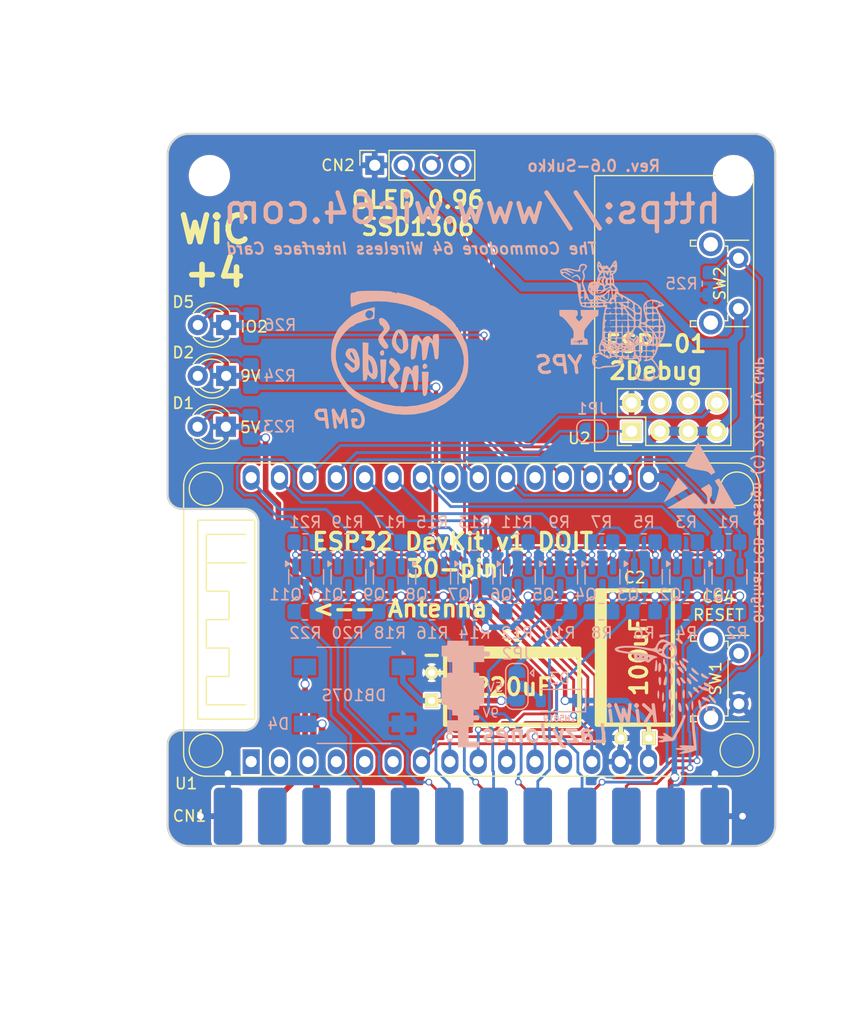
<source format=kicad_pcb>
(kicad_pcb (version 20240108) (generator "pcbnew") (generator_version "8.0")
  (title_block (title "WiC64 Plugin") (date "2024-05-26") (rev "v0.6-Sukko") (comment 1 "(C) 2021 by GMP") (comment 2 "Modified by SukkoPera 2024") (comment 3 "https://github.com/SukkoPera/WiC64-Plus4"))
  (layers (0 "F.Cu" signal) (31 "B.Cu" signal) (36 "B.SilkS" user "B.Silkscreen") (37 "F.SilkS" user "F.Silkscreen") (38 "B.Mask" user) (39 "F.Mask" user) (44 "Edge.Cuts" user))
  (net 0 "")
  (net 1 "GND")
  (net 2 "+5V")
  (net 3 "Net-(D3-A)")
  (net 4 "/IO16")
  (net 5 "/IO17")
  (net 6 "/IO18")
  (net 7 "/IO19")
  (net 8 "Net-(D4-+)")
  (net 9 "/IO21")
  (net 10 "/IO22")
  (net 11 "/IO23")
  (net 12 "/IO25")
  (net 13 "/IO27")
  (net 14 "/IO26")
  (net 15 "/IO14")
  (net 17 "/PC2")
  (net 19 "Net-(CN1-~{RESET})")
  (net 20 "/FLAG2")
  (net 21 "/PB0")
  (net 22 "/PB1")
  (net 23 "/PB2")
  (net 24 "/PB3")
  (net 25 "/PB4")
  (net 26 "/PB5")
  (net 27 "/PB6")
  (net 28 "/PB7")
  (net 29 "/PA2")
  (net 31 "Net-(CN1-+9VAC)")
  (net 32 "/SDA")
  (net 33 "/SCL")
  (net 34 "/TX")
  (net 35 "/RX")
  (net 37 "/IO2")
  (net 39 "/SW2C")
  (net 40 "/JP1C")
  (net 41 "Net-(CN1--9VAC)")
  (net 42 "Net-(D1-A)")
  (net 43 "Net-(D2-A)")
  (net 44 "Net-(D5-A)")
  (net 45 "+3.3V")
  (net 57 "VCC")
  (footprint "WiC64:UPS24CONN" (layer "F.Cu") (at 149.352 138.4808 180)
    (property "Reference" "CN1")
    (property "Value" "PLUS4_USERPORT" (hide yes))
  )
  (footprint "LED_THT:LED_D3.0mm" (layer "F.Cu") (at 127.4064 97.8408 180)
    (property "Reference" "D2")
    (property "Value" "9V")
  )
  (footprint "LED_THT:LED_D3.0mm" (layer "F.Cu") (at 127.381 102.3874 180)
    (property "Reference" "D1")
    (property "Value" "5V")
  )
  (footprint "w_capacitors:CP_6.3x11mm_horiz-R" (layer "F.Cu") (at 163.977 130.2258 90)
    (property "Reference" "C2")
    (property "Value" "100uF")
  )
  (footprint "Button_Switch_THT:SW_Tactile_SPST_Angled_PTS645Vx58-2LFS" (layer "F.Cu") (at 173.2788 122.6566 -90)
    (property "Reference" "SW1")
    (property "Value" "RESET" (hide yes))
  )
  (footprint "w_capacitors:CP_6.3x11mm_horiz-R" (layer "F.Cu") (at 145.796 125.6284)
    (property "Reference" "C1")
    (property "Value" "220uF")
  )
  (footprint "Button_Switch_THT:SW_Tactile_SPST_Angled_PTS645Vx58-2LFS" (layer "F.Cu") (at 173.2534 87.3252 -90)
    (property "Reference" "SW2")
    (property "Value" "Function")
  )
  (footprint "MountingHole:MountingHole_3.2mm_M3_ISO7380" (layer "F.Cu") (at 172.7962 79.9338)
    (property "Reference" "H2")
    (property "Value" "MountingHole")
  )
  (footprint "MountingHole:MountingHole_3.2mm_M3_ISO7380" (layer "F.Cu") (at 125.9078 79.9338)
    (property "Reference" "H1")
    (property "Value" "MountingHole")
  )
  (footprint "LED_THT:LED_D3.0mm" (layer "F.Cu") (at 127.4064 93.2942 180)
    (property "Reference" "D5")
    (property "Value" "IO2")
  )
  (footprint "Connector_PinSocket_2.54mm:PinSocket_1x04_P2.54mm_Vertical" (layer "F.Cu") (at 140.7028 79.0112 90)
    (property "Reference" "CN2")
    (property "Value" "OLED0.96")
  )
  (footprint "WiC64:esp32_devkit_v1_doit" (layer "F.Cu") (at 129.6416 119.634 90)
    (property "Reference" "U1")
    (property "Value" "ESP32_DevKit_V1_DOIT")
  )
  (footprint "WiC64:ESP-01" (layer "F.Cu") (at 163.6776 102.7938 90)
    (property "Reference" "U2")
    (property "Value" "ESP-01")
  )
  (footprint "Diode_SMD:D_SOD-123" (layer "B.Cu") (at 157.2006 126.873 180)
    (property "Reference" "D3")
    (property "Value" "1N5819")
  )
  (footprint "Diode_SMD:Diode_Bridge_Diotec_SO-DIL-Slim" (layer "B.Cu") (at 138.8364 126.4058 180)
    (property "Reference" "D4")
    (property "Value" "DB107S")
  )
  (footprint "Resistor_SMD:R_0805_2012Metric_Pad1.20x1.40mm_HandSolder" (layer "B.Cu") (at 129.5654 102.3874 90)
    (property "Reference" "R23")
    (property "Value" "4k7")
  )
  (footprint "Resistor_SMD:R_0805_2012Metric_Pad1.20x1.40mm_HandSolder" (layer "B.Cu") (at 129.6162 97.8408 90)
    (property "Reference" "R24")
    (property "Value" "12k")
  )
  (footprint "Resistor_SMD:R_0805_2012Metric_Pad1.20x1.40mm_HandSolder" (layer "B.Cu") (at 164.7794 118.9228 180)
    (property "Reference" "R6")
    (property "Value" "10k")
  )
  (footprint "Package_TO_SOT_SMD:SOT-23" (layer "B.Cu") (at 168.6547 115.8057 -90)
    (property "Reference" "Q2")
    (property "Value" "BSS138")
  )
  (footprint "Resistor_SMD:R_0805_2012Metric_Pad1.20x1.40mm_HandSolder" (layer "B.Cu") (at 142.0526 112.6998)
    (property "Reference" "R17")
    (property "Value" "10k")
  )
  (footprint "Package_TO_SOT_SMD:SOT-23" (layer "B.Cu") (at 134.5645 115.8057 -90)
    (property "Reference" "Q11")
    (property "Value" "BSS138")
  )
  (footprint "Package_TO_SOT_SMD:SOT-23" (layer "B.Cu") (at 172.4425 115.8057 -90)
    (property "Reference" "Q1")
    (property "Value" "BSS138")
  )
  (footprint "Resistor_SMD:R_0805_2012Metric_Pad1.20x1.40mm_HandSolder" (layer "B.Cu") (at 153.416 118.9228 180)
    (property "Reference" "R12")
    (property "Value" "10k")
  )
  (footprint "Resistor_SMD:R_0805_2012Metric_Pad1.20x1.40mm_HandSolder" (layer "B.Cu") (at 142.0526 118.9228 180)
    (property "Reference" "R18")
    (property "Value" "10k")
  )
  (footprint "Package_TO_SOT_SMD:SOT-23" (layer "B.Cu") (at 164.8669 115.8057 -90)
    (property "Reference" "Q3")
    (property "Value" "BSS138")
  )
  (footprint "Package_TO_SOT_SMD:SOT-23" (layer "B.Cu") (at 149.7157 115.8057 -90)
    (property "Reference" "Q7")
    (property "Value" "BSS138")
  )
  (footprint "Resistor_SMD:R_0805_2012Metric_Pad1.20x1.40mm_HandSolder" (layer "B.Cu") (at 157.2038 118.9228 180)
    (property "Reference" "R10")
    (property "Value" "10k")
  )
  (footprint "Package_TO_SOT_SMD:SOT-23" (layer "B.Cu") (at 142.1401 115.8057 -90)
    (property "Reference" "Q9")
    (property "Value" "BSS138")
  )
  (footprint "Package_TO_SOT_SMD:SOT-23" (layer "B.Cu") (at 161.0791 115.8057 -90)
    (property "Reference" "Q4")
    (property "Value" "BSS138")
  )
  (footprint "Resistor_SMD:R_0805_2012Metric_Pad1.20x1.40mm_HandSolder" (layer "B.Cu") (at 160.9916 112.6998)
    (property "Reference" "R7")
    (property "Value" "10k")
  )
  (footprint "Package_TO_SOT_SMD:SOT-23" (layer "B.Cu") (at 157.2913 115.8057 -90)
    (property "Reference" "Q5")
    (property "Value" "BSS138")
  )
  (footprint "Resistor_SMD:R_0805_2012Metric_Pad1.20x1.40mm_HandSolder" (layer "B.Cu") (at 138.2648 118.9228 180)
    (property "Reference" "R20")
    (property "Value" "10k")
  )
  (footprint "Package_TO_SOT_SMD:SOT-23" (layer "B.Cu") (at 153.5035 115.8057 -90)
    (property "Reference" "Q6")
    (property "Value" "BSS138")
  )
  (footprint "Resistor_SMD:R_0805_2012Metric_Pad1.20x1.40mm_HandSolder" (layer "B.Cu") (at 168.5672 118.9228 180)
    (property "Reference" "R4")
    (property "Value" "10k")
  )
  (footprint "Resistor_SMD:R_0805_2012Metric_Pad1.20x1.40mm_HandSolder" (layer "B.Cu") (at 164.7794 112.6998)
    (property "Reference" "R5")
    (property "Value" "10k")
  )
  (footprint "Resistor_SMD:R_0805_2012Metric_Pad1.20x1.40mm_HandSolder" (layer "B.Cu") (at 134.477 118.9228 180)
    (property "Reference" "R22")
    (property "Value" "10k")
  )
  (footprint "Resistor_SMD:R_0805_2012Metric_Pad1.20x1.40mm_HandSolder" (layer "B.Cu") (at 160.9916 118.9228 180)
    (property "Reference" "R8")
    (property "Value" "10k")
  )
  (footprint "Resistor_SMD:R_0805_2012Metric_Pad1.20x1.40mm_HandSolder" (layer "B.Cu") (at 153.416 112.6998)
    (property "Reference" "R11")
    (property "Value" "10k")
  )
  (footprint "Resistor_SMD:R_0805_2012Metric_Pad1.20x1.40mm_HandSolder" (layer "B.Cu") (at 172.355 118.9228 180)
    (property "Reference" "R2")
    (property "Value" "10k")
  )
  (footprint "Resistor_SMD:R_0805_2012Metric_Pad1.20x1.40mm_HandSolder" (layer "B.Cu") (at 145.8404 118.9228 180)
    (property "Reference" "R16")
    (property "Value" "10k")
  )
  (footprint "Resistor_SMD:R_0805_2012Metric_Pad1.20x1.40mm_HandSolder" (layer "B.Cu") (at 138.2648 112.6998)
    (property "Reference" "R19")
    (property "Value" "10k")
  )
  (footprint "Resistor_SMD:R_0805_2012Metric_Pad1.20x1.40mm_HandSolder" (layer "B.Cu") (at 168.5672 112.6998)
    (property "Reference" "R3")
    (property "Value" "10k")
  )
  (footprint "Resistor_SMD:R_0805_2012Metric_Pad1.20x1.40mm_HandSolder" (layer "B.Cu") (at 149.6282 112.6998)
    (property "Reference" "R13")
    (property "Value" "10k")
  )
  (footprint "Resistor_SMD:R_0805_2012Metric_Pad1.20x1.40mm_HandSolder" (layer "B.Cu") (at 157.2038 112.6998)
    (property "Reference" "R9")
    (property "Value" "10k")
  )
  (footprint "Resistor_SMD:R_0805_2012Metric_Pad1.20x1.40mm_HandSolder" (layer "B.Cu") (at 172.355 112.6998)
    (property "Reference" "R1")
    (property "Value" "10k")
  )
  (footprint "Resistor_SMD:R_0805_2012Metric_Pad1.20x1.40mm_HandSolder" (layer "B.Cu") (at 145.8404 112.6998)
    (property "Reference" "R15")
    (property "Value" "10k")
  )
  (footprint "Resistor_SMD:R_0805_2012Metric_Pad1.20x1.40mm_HandSolder" (layer "B.Cu") (at 134.477 112.6998)
    (property "Reference" "R21")
    (property "Value" "10k")
  )
  (footprint "Package_TO_SOT_SMD:SOT-23" (layer "B.Cu") (at 138.3523 115.8057 -90)
    (property "Reference" "Q10")
    (property "Value" "BSS138")
  )
  (footprint "Resistor_SMD:R_0805_2012Metric_Pad1.20x1.40mm_HandSolder" (layer "B.Cu") (at 149.6282 118.9228 180)
    (property "Reference" "R14")
    (property "Value" "10k")
  )
  (footprint "Resistor_SMD:R_0805_2012Metric_Pad1.20x1.40mm_HandSolder" (layer "B.Cu") (at 170.7388 89.6002 -90)
    (property "Reference" "R25")
    (property "Value" "10k")
  )
  (footprint "Jumper:SolderJumper-2_P1.3mm_Open_RoundedPad1.0x1.5mm" (layer "B.Cu") (at 160.1724 102.7938)
    (property "Reference" "JP1")
    (property "Value" "Jumper_Open")
  )
  (footprint "Resistor_SMD:R_0805_2012Metric_Pad1.20x1.40mm_HandSolder" (layer "B.Cu") (at 129.6416 93.2942 90)
    (property "Reference" "R26")
    (property "Value" "3k9")
  )
  (footprint "WiC64:GMP" (layer "B.Cu") (at 142.9004 95.7834 180)
    (property "Reference" "V1" (hide yes))
    (property "Value" "GMP" (hide yes))
  )
  (footprint "WiC64:YPS2" (layer "B.Cu") (at 161.9885 92.9005 180)
    (property "Reference" "V2" (hide yes))
    (property "Value" "YPS" (hide yes))
  )
  (footprint "WiC64:LazyJones2" (layer "B.Cu") (at 148.844 126.2888 180)
    (property "Reference" "V3" (hide yes))
    (property "Value" "LazyJones" (hide yes))
  )
  (footprint "WiC64:KiWi" (layer "B.Cu") (at 166.751 126.2888 180)
    (property "Reference" "V4" (hide yes))
    (property "Value" "KiWi" (hide yes))
  )
  (footprint "Symbol:ESD-Logo_6.6x6mm_SilkScreen" (layer "B.Cu") (at 169.799 106.7308 180)
    (property "Reference" "V5" (hide yes))
    (property "Value" "ESD_WARN" (hide yes))
  )
  (footprint "Package_TO_SOT_SMD:SOT-23" (layer "B.Cu") (at 145.9279 115.8057 -90)
    (property "Reference" "Q8")
    (property "Value" "BSS138")
  )
  (footprint "Jumper:SolderJumper-3_P1.3mm_Open_RoundedPad1.0x1.5mm" (layer "B.Cu") (at 153.416 125.6034 -90)
    (property "Reference" "JP2")
    (property "Value" "JMP_ESP_POWER")
  )
  (gr_arc (start 174.498 76.2) (mid 175.975029 76.754971) (end 176.53 78.232) (stroke (width 0.2)) (layer "Edge.Cuts"))
  (gr_arc (start 122.174 78.105) (mid 122.731962 76.757962) (end 124.079 76.2) (stroke (width 0.2)) (layer "Edge.Cuts"))
  (gr_arc (start 124.079 139.8778) (mid 122.774645 139.362778) (end 122.174 138.095571) (stroke (width 0.2)) (layer "Edge.Cuts"))
  (gr_line (start 123.444 129.54) (end 129.032 129.538636) (stroke (width 0.2)) (layer "Edge.Cuts"))
  (gr_arc (start 122.174 130.80855) (mid 122.546487 129.911462) (end 123.444 129.54) (stroke (width 0.2)) (layer "Edge.Cuts"))
  (gr_arc (start 130.302 128.27) (mid 129.929543 129.167144) (end 129.032 129.538636) (stroke (width 0.2)) (layer "Edge.Cuts"))
  (gr_arc (start 129.032 109.728) (mid 129.930026 110.099974) (end 130.302 110.998) (stroke (width 0.2)) (layer "Edge.Cuts"))
  (gr_arc (start 123.444 109.728) (mid 122.545974 109.356026) (end 122.174 108.458) (stroke (width 0.2)) (layer "Edge.Cuts"))
  (gr_line (start 124.079 139.8778) (end 174.625 139.8778) (stroke (width 0.2)) (layer "Edge.Cuts"))
  (gr_line (start 123.444 109.728) (end 129.032 109.728) (stroke (width 0.2)) (layer "Edge.Cuts"))
  (gr_line (start 122.174 78.105) (end 122.174 108.458) (stroke (width 0.2)) (layer "Edge.Cuts"))
  (gr_line (start 124.079 76.2) (end 174.498 76.2) (stroke (width 0.2)) (layer "Edge.Cuts"))
  (gr_line (start 176.53 78.232) (end 176.53 137.9728) (stroke (width 0.2)) (layer "Edge.Cuts"))
  (gr_line (start 130.302 110.998) (end 130.302 128.27) (stroke (width 0.2)) (layer "Edge.Cuts"))
  (gr_arc (start 176.53 137.9728) (mid 175.972038 139.319838) (end 174.625 139.8778) (stroke (width 0.2)) (layer "Edge.Cuts"))
  (gr_line (start 122.174 130.81) (end 122.174 138.095571) (stroke (width 0.2)) (layer "Edge.Cuts"))
  (gr_text "YPS" (at 157.3022 96.8502 0) (layer "B.SilkS") (effects (font (size 1.5 1.5) (thickness 0.3) (italic yes)) (justify mirror)))
  (gr_text "GMP" (at 137.668 101.7397 0) (layer "B.SilkS") (effects (font (size 1.5 1.5) (thickness 0.3) (italic yes)) (justify mirror)))
  (gr_text "Rev. 0.6-Sukko" (at 160.2994 79.0702 0) (layer "B.SilkS") (effects (font (size 1 1) (thickness 0.2)) (justify mirror)))
  (gr_text "LazyJones" (at 155.956 129.8448 0) (layer "B.SilkS") (effects (font (size 1.5 1.5) (thickness 0.3) (italic yes)) (justify mirror)))
  (gr_text "The Commodore 64 Wireless Interface Card" (at 144.0434 86.4616 0) (layer "B.SilkS") (effects (font (size 1 1) (thickness 0.2) (italic yes)) (justify mirror)))
  (gr_text "5V" (at 152.273 126.1618 0) (layer "B.SilkS") (effects (font (size 0.8 0.8) (thickness 0.12)) (justify left bottom mirror)))
  (gr_text "https://www.wic64.com\n" (at 149.4028 82.931 0) (layer "B.SilkS") (effects (font (size 2.5 2.5) (thickness 0.4)) (justify mirror)))
  (gr_text "9V" (at 151.892 128.4478 0) (layer "B.SilkS") (effects (font (size 0.8 0.8) (thickness 0.12)) (justify left bottom mirror)))
  (gr_text "Original PCB-Design (C) 2021 by GMP" (at 175.0314 108.0389 270) (layer "B.SilkS") (effects (font (size 0.8 0.8)) (justify mirror)))
  (gr_text "KiWi" (at 163.83 128.0668 0) (layer "B.SilkS") (effects (font (size 1.5 1.5) (thickness 0.3) (italic yes)) (justify mirror)))
  (gr_text "WiC\n+4" (at 126.3904 86.6902 0) (layer "F.SilkS") (effects (font (size 2.4 2.4) (thickness 0.5))))
  (gr_text "ESP32 DevKit v1 DOIT\n30-pin" (at 147.6756 113.8682 0) (layer "F.SilkS") (effects (font (size 1.5 1.5) (thickness 0.3))))
  (gr_text "ESP-01\n2Debug" (at 165.862 96.1898 0) (layer "F.SilkS") (effects (font (size 1.5 1.5) (thickness 0.3))))
  (gr_text "C64\nRESET" (at 171.45 119.8118 0) (layer "F.SilkS") (effects (font (size 1 1)) (justify bottom)))
  (gr_text "OLED 0.96\nSSD1306" (at 144.5514 83.312 0) (layer "F.SilkS") (effects (font (size 1.5 1.5) (thickness 0.3))))
  (gr_text "<-- Antenna" (at 142.9766 118.6434 0) (layer "F.SilkS") (effects (font (size 1.5 1.5) (thickness 0.3))))
  (via (at 127.5708 133.4008) (size 0.8) (drill 0.6) (layers "F.Cu" "B.Cu") (net 1))
  (via (at 173.609 137.2108) (size 0.8) (drill 0.6) (layers "F.Cu" "B.Cu") (net 1))
  (via (at 171.1308 133.4008) (size 0.8) (drill 0.6) (layers "F.Cu" "B.Cu") (net 1))
  (via (at 125.095 137.2108) (size 0.8) (drill 0.6) (layers "F.Cu" "B.Cu") (net 1))
  (segment (start 135.477 117.5258) (end 139.2648 117.5258) (width 0.5) (layer "F.Cu") (net 2))
  (segment (start 143.01092 117.5258) (end 143.014741 117.529621) (width 0.5) (layer "F.Cu") (net 2))
  (segment (start 167.1708 134.098305) (end 167.1708 137.033) (width 0.5) (layer "F.Cu") (net 2))
  (segment (start 132.715 114.7318) (end 135.509 117.5258) (width 0.5) (layer "F.Cu") (net 2))
  (segment (start 132.08 109.2708) (end 132.08 114.0968) (width 0.5) (layer "F.Cu") (net 2))
  (segment (start 165.7794 117.5258) (end 161.9916 117.5258) (width 0.5) (layer "F.Cu") (net 2))
  (segment (start 139.2648 117.5258) (end 143.01092 117.5258) (width 0.5) (layer "F.Cu") (net 2))
  (segment (start 143.0526 117.529621) (end 146.808179 117.529621) (width 0.5) (layer "F.Cu") (net 2))
  (segment (start 132.715 114.7318) (end 132.969 114.9858) (width 0.5) (layer "F.Cu") (net 2))
  (segment (start 132.969 115.0178) (end 135.477 117.5258) (width 0.5) (layer "F.Cu") (net 2))
  (segment (start 146.8404 117.5258) (end 147.828 117.5258) (width 0.5) (layer "F.Cu") (net 2))
  (segment (start 158.2038 117.5258) (end 154.416 117.5258) (width 0.5) (layer "F.Cu") (net 2))
  (segment (start 132.08 114.0968) (end 132.715 114.7318) (width 0.5) (layer "F.Cu") (net 2))
  (segment (start 130.937 108.1278) (end 132.08 109.2708) (width 0.5) (layer "F.Cu") (net 2))
  (segment (start 173.355 117.5258) (end 169.5672 117.5258) (width 0.5) (layer "F.Cu") (net 2))
  (segment (start 169.5672 117.5258) (end 165.7794 117.5258) (width 0.5) (layer "F.Cu") (net 2))
  (segment (start 146.808179 117.529621) (end 146.812 117.5258) (width 0.5) (layer "F.Cu") (net 2))
  (segment (start 161.9916 117.5258) (end 158.242 117.5258) (width 0.5) (layer "F.Cu") (net 2))
  (segment (start 167.550001 133.719104) (end 167.1708 134.098305) (width 0.5) (layer "F.Cu") (net 2))
  (segment (start 130.937 103.4382) (end 130.937 108.1278) (width 0.5) (layer "F.Cu") (net 2))
  (segment (start 132.969 114.9858) (end 132.969 115.0178) (width 0.5) (layer "F.Cu") (net 2))
  (segment (start 147.828 117.5258) (end 150.622 120.3198) (width 0.5) (layer "F.Cu") (net 2))
  (via (at 158.2038 117.5258) (size 0.8) (drill 0.6) (layers "F.Cu" "B.Cu") (net 2))
  (via (at 165.7794 117.5258) (size 0.8) (drill 0.6) (layers "F.Cu" "B.Cu") (net 2))
  (via (at 167.550001 133.719104) (size 0.8) (drill 0.6) (layers "F.Cu" "B.Cu") (net 2))
  (via (at 169.5672 117.5258) (size 0.8) (drill 0.6) (layers "F.Cu" "B.Cu") (net 2))
  (via (at 146.8404 117.5258) (size 0.8) (drill 0.6) (layers "F.Cu" "B.Cu") (net 2))
  (via (at 173.355 117.5258) (size 0.8) (drill 0.6) (layers "F.Cu" "B.Cu") (net 2))
  (via (at 150.622 120.3198) (size 0.8) (drill 0.6) (layers "F.Cu" "B.Cu") (net 2))
  (via (at 130.937 103.3874) (size 0.8) (drill 0.6) (layers "F.Cu" "B.Cu") (net 2))
  (via (at 161.9916 117.5258) (size 0.8) (drill 0.6) (layers "F.Cu" "B.Cu") (net 2))
  (via (at 143.0526 117.529621) (size 0.8) (drill 0.6) (layers "F.Cu" "B.Cu") (net 2))
  (via (at 139.2648 117.5258) (size 0.8) (drill 0.6) (layers "F.Cu" "B.Cu") (net 2))
  (via (at 154.416 117.5258) (size 0.8) (drill 0.6) (layers "F.Cu" "B.Cu") (net 2))
  (via (at 135.477 117.5258) (size 0.8) (drill 0.6) (layers "F.Cu" "B.Cu") (net 2))
  (segment (start 150.6282 118.9228) (end 150.6282 120.3136) (width 0.5) (layer "B.Cu") (net 2))
  (segment (start 158.2038 118.9228) (end 153.416 123.7106) (width 0.5) (layer "B.Cu") (net 2))
  (segment (start 139.2648 117.58) (end 139.319 117.5258) (width 0.5) (layer "B.Cu") (net 2))
  (segment (start 153.416 124.3034) (end 153.416 123.7106) (width 0.5) (layer "B.Cu") (net 2))
  (segment (start 130.8862 103.3874) (end 129.5655 103.3874) (width 0.5) (layer "B.Cu") (net 2))
  (segment (start 146.8404 118.9228) (end 146.8404 117.5258) (width 0.5) (layer "B.Cu") (net 2))
  (segment (start 150.622 120.3198) (end 153.019 120.3198) (width 0.5) (layer "B.Cu") (net 2))
  (segment (start 161.9916 118.9228) (end 161.9916 117.5862) (width 0.5) (layer "B.Cu") (net 2))
  (segment (start 165.7794 117.6084) (end 165.862 117.5258) (width 0.5) (layer "B.Cu") (net 2))
  (segment (start 167.513 120.977) (end 169.5672 118.9228) (width 0.5) (layer "B.Cu") (net 2))
  (segment (start 167.550001 133.719104) (end 167.513 133.682103) (width 0.5) (layer "B.Cu") (net 2))
  (segment (start 169.5672 118.9228) (end 169.5672 117.548) (width 0.5) (layer "B.Cu") (net 2))
  (segment (start 161.9916 117.5862) (end 162.052 117.5258) (width 0.5) (layer "B.Cu") (net 2))
  (segment (start 158.2038 118.9228) (end 158.2038 117.5258) (width 0.5) (layer "B.Cu") (net 2))
  (segment (start 167.513 133.682103) (end 167.513 120.977) (width 0.5) (layer "B.Cu") (net 2))
  (segment (start 154.416 117.5418) (end 154.432 117.5258) (width 0.5) (layer "B.Cu") (net 2))
  (segment (start 173.355 118.9228) (end 173.355 117.5258) (width 0.5) (layer "B.Cu") (net 2))
  (segment (start 135.477 118.9228) (end 135.477 117.5258) (width 0.5) (layer "B.Cu") (net 2))
  (segment (start 150.6282 120.3136) (end 150.622 120.3198) (width 0.5) (layer "B.Cu") (net 2))
  (segment (start 169.5672 117.548) (end 169.545 117.5258) (width 0.5) (layer "B.Cu") (net 2))
  (segment (start 165.7794 118.9228) (end 165.7794 117.6084) (width 0.5) (layer "B.Cu") (net 2))
  (segment (start 154.416 118.9228) (end 154.416 117.5418) (width 0.5) (layer "B.Cu") (net 2))
  (segment (start 153.019 120.3198) (end 154.416 118.9228) (width 0.5) (layer "B.Cu") (net 2))
  (segment (start 139.2648 118.9228) (end 139.2648 117.58) (width 0.5) (layer "B.Cu") (net 2))
  (segment (start 143.0526 118.9228) (end 143.0526 117.529621) (width 0.5) (layer "B.Cu") (net 2))
  (segment (start 153.416 125.6034) (end 154.281 125.6034) (width 0.5) (layer "B.Cu") (net 3))
  (segment (start 154.281 125.6034) (end 155.5506 126.873) (width 0.5) (layer "B.Cu") (net 3))
  (segment (start 163.195 108.5088) (end 163.957 107.7468) (width 0.25) (layer "B.Cu") (net 4))
  (segment (start 152.5016 106.934) (end 154.0764 108.5088) (width 0.25) (layer "B.Cu") (net 4))
  (segment (start 163.957 105.9688) (end 164.592 105.3338) (width 0.25) (layer "B.Cu") (net 4))
  (segment (start 164.592 105.3338) (end 166.878 105.3338) (width 0.25) (layer "B.Cu") (net 4))
  (segment (start 173.3925 114.8682) (end 173.3925 112.7373) (width 0.25) (layer "B.Cu") (net 4))
  (segment (start 163.957 107.7468) (end 163.957 105.9688) (width 0.25) (layer "B.Cu") (net 4))
  (segment (start 166.878 105.3338) (end 173.355 111.8108) (width 0.25) (layer "B.Cu") (net 4))
  (segment (start 154.0764 108.5088) (end 163.195 108.5088) (width 0.25) (layer "B.Cu") (net 4))
  (segment (start 173.355 111.8108) (end 173.355 112.6998) (width 0.25) (layer "B.Cu") (net 4))
  (segment (start 128.397 107.8738) (end 129.032 108.5088) (width 0.25) (layer "B.Cu") (net 5))
  (segment (start 129.032 108.5088) (end 130.048 108.5088) (width 0.25) (layer "B.Cu") (net 5))
  (segment (start 139.192 105.3338) (end 138.557 105.9688) (width 0.25) (layer "B.Cu") (net 5))
  (segment (start 132.461 105.3338) (end 129.032 105.3338) (width 0.25) (layer "B.Cu") (net 5))
  (segment (start 137.795 108.5088) (end 134.239 108.5088) (width 0.25) (layer "B.Cu") (net 5))
  (segment (start 135.5145 114.8682) (end 135.5145 112.7373) (width 0.25) (layer "B.Cu") (net 5))
  (segment (start 130.048 108.5088) (end 131.953 110.4138) (width 0.25) (layer "B.Cu") (net 5))
  (segment (start 138.557 107.7468) (end 137.795 108.5088) (width 0.25) (layer "B.Cu") (net 5))
  (segment (start 129.032 105.3338) (end 128.397 105.9688) (width 0.25) (layer "B.Cu") (net 5))
  (segment (start 131.953 110.4138) (end 133.191 110.4138) (width 0.25) (layer "B.Cu") (net 5))
  (segment (start 138.557 105.9688) (end 138.557 107.7468) (width 0.25) (layer "B.Cu") (net 5))
  (segment (start 148.3614 105.3338) (end 139.192 105.3338) (width 0.25) (layer "B.Cu") (net 5))
  (segment (start 128.397 105.9688) (end 128.397 107.8738) (width 0.25) (layer "B.Cu") (net 5))
  (segment (start 149.9616 106.934) (end 148.3614 105.3338) (width 0.25) (layer "B.Cu") (net 5))
  (segment (start 133.477 106.3498) (end 132.461 105.3338) (width 0.25) (layer "B.Cu") (net 5))
  (segment (start 133.477 107.7468) (end 133.477 106.3498) (width 0.25) (layer "B.Cu") (net 5))
  (segment (start 133.191 110.4138) (end 135.477 112.6998) (width 0.25) (layer "B.Cu") (net 5))
  (segment (start 134.239 108.5088) (end 133.477 107.7468) (width 0.25) (layer "B.Cu") (net 5))
  (segment (start 147.4978 109.5248) (end 166.3922 109.5248) (width 0.25) (layer "B.Cu") (net 6))
  (segment (start 166.3922 109.5248) (end 169.5672 112.6998) (width 0.25) (layer "B.Cu") (net 6))
  (segment (start 169.6047 114.8682) (end 169.6047 112.7373) (width 0.25) (layer "B.Cu") (net 6))
  (segment (start 144.907 106.934) (end 147.4978 109.5248) (width 0.25) (layer "B.Cu") (net 6))
  (segment (start 155.6638 110.1598) (end 158.2038 112.6998) (width 0.25) (layer "B.Cu") (net 7))
  (segment (start 142.367 106.934) (end 145.5928 110.1598) (width 0.25) (layer "B.Cu") (net 7))
  (segment (start 145.5928 110.1598) (end 155.6638 110.1598) (width 0.25) (layer "B.Cu") (net 7))
  (segment (start 158.2413 114.8682) (end 158.2413 112.7373) (width 0.25) (layer "B.Cu") (net 7))
  (segment (start 151.9736 126.8784) (end 152.019 126.9238) (width 0.5) (layer "F.Cu") (net 8))
  (segment (start 145.796 126.8784) (end 151.9736 126.8784) (width 0.5) (layer "F.Cu") (net 8))
  (via (at 152.019 126.8784) (size 0.8) (drill 0.6) (layers "F.Cu" "B.Cu") (net 8))
  (segment (start 143.2064 125.2232) (end 144.8616 126.8784) (width 0.5) (layer "B.Cu") (net 8))
  (segment (start 144.8616 126.8784) (end 145.796 126.8784) (width 0.5) (layer "B.Cu") (net 8))
  (segment (start 143.2064 123.8558) (end 143.2064 125.2232) (width 0.5) (layer "B.Cu") (net 8))
  (segment (start 152.019 126.8784) (end 153.391 126.8784) (width 0.5) (layer "B.Cu") (net 8))
  (segment (start 150.622 113.7991) (end 150.622 110.7948) (width 0.25) (layer "F.Cu") (net 9))
  (segment (start 150.6657 113.8428) (end 150.622 113.7991) (width 0.25) (layer "F.Cu") (net 9))
  (via (at 150.622 110.7948) (size 0.6) (drill 0.4) (layers "F.Cu" "B.Cu") (net 9))
  (via (at 150.6657 113.8428) (size 0.6) (drill 0.4) (layers "F.Cu" "B.Cu") (net 9))
  (segment (start 150.6657 114.8682) (end 150.6657 112.7373) (width 0.25) (layer "B.Cu") (net 9))
  (segment (start 143.6624 110.7948) (end 150.622 110.7948) (width 0.25) (layer "B.Cu") (net 9))
  (segment (start 139.8016 106.934) (end 143.6624 110.7948) (width 0.25) (layer "B.Cu") (net 9))
  (segment (start 132.207 107.2134) (end 134.1374 109.1438) (width 0.25) (layer "B.Cu") (net 10))
  (segment (start 134.1374 109.1438) (end 139.4966 109.1438) (width 0.25) (layer "B.Cu") (net 10))
  (segment (start 143.0901 114.8682) (end 143.0901 112.7373) (width 0.25) (layer "B.Cu") (net 10))
  (segment (start 139.4966 109.1438) (end 143.0526 112.6998) (width 0.25) (layer "B.Cu") (net 10))
  (segment (start 129.667 107.2388) (end 132.207 109.7788) (width 0.25) (layer "B.Cu") (net 11))
  (segment (start 136.3438 109.7788) (end 139.2648 112.6998) (width 0.25) (layer "B.Cu") (net 11))
  (segment (start 132.207 109.7788) (end 136.3438 109.7788) (width 0.25) (layer "B.Cu") (net 11))
  (segment (start 139.3023 114.8682) (end 139.3023 112.7373) (width 0.25) (layer "B.Cu") (net 11))
  (segment (start 154.4535 113.8428) (end 152.781 113.8428) (width 0.25) (layer "F.Cu") (net 12))
  (segment (start 154.686 129.4638) (end 154.051 130.0988) (width 0.25) (layer "F.Cu") (net 12))
  (segment (start 159.004 129.4638) (end 154.686 129.4638) (width 0.25) (layer "F.Cu") (net 12))
  (segment (start 159.766 124.7648) (end 159.766 128.7018) (width 0.25) (layer "F.Cu") (net 12))
  (segment (start 152.019 117.0178) (end 159.766 124.7648) (width 0.25) (layer "F.Cu") (net 12))
  (segment (start 152.019 114.6048) (end 152.019 117.0178) (width 0.25) (layer "F.Cu") (net 12))
  (segment (start 154.051 130.0988) (end 147.447 130.0988) (width 0.25) (layer "F.Cu") (net 12))
  (segment (start 159.766 128.7018) (end 159.004 129.4638) (width 0.25) (layer "F.Cu") (net 12))
  (segment (start 152.781 113.8428) (end 152.019 114.6048) (width 0.25) (layer "F.Cu") (net 12))
  (via (at 154.4535 113.8428) (size 0.6) (drill 0.4) (layers "F.Cu" "B.Cu") (net 12))
  (via (at 147.4216 130.0988) (size 0.6) (drill 0.4) (layers "F.Cu" "B.Cu") (net 12))
  (segment (start 147.4216 132.334) (end 147.4216 130.0988) (width 0.25) (layer "B.Cu") (net 12))
  (segment (start 154.4535 114.8682) (end 154.4535 112.7373) (width 0.25) (layer "B.Cu") (net 12))
  (segment (start 153.543 129.4638) (end 154.178 128.8288) (width 0.25) (layer "F.Cu") (net 13))
  (segment (start 151.384 117.1448) (end 159.131 124.8918) (width 0.25) (layer "F.Cu") (net 13))
  (segment (start 159.131 124.8918) (end 159.131 128.4478) (width 0.25) (layer "F.Cu") (net 13))
  (segment (start 165.8169 113.8428) (end 165.1819 113.2078) (width 0.25) (layer "F.Cu") (net 13))
  (segment (start 153.543 129.4638) (end 152.527 129.4638) (width 0.25) (layer "F.Cu") (net 13))
  (segment (start 152.146 113.2078) (end 151.384 113.9698) (width 0.25) (layer "F.Cu") (net 13))
  (segment (start 151.384 113.9698) (end 151.384 117.1448) (width 0.25) (layer "F.Cu") (net 13))
  (segment (start 154.178 128.8288) (end 158.75 128.8288) (width 0.25) (layer "F.Cu") (net 13))
  (segment (start 165.1819 113.2078) (end 152.146 113.2078) (width 0.25) (layer "F.Cu") (net 13))
  (segment (start 159.131 128.4478) (end 158.75 128.8288) (width 0.25) (layer "F.Cu") (net 13))
  (via (at 152.5016 129.4638) (size 0.6) (drill 0.4) (layers "F.Cu" "B.Cu") (net 13))
  (via (at 165.8169 113.8428) (size 0.6) (drill 0.4) (layers "F.Cu" "B.Cu") (net 13))
  (segment (start 152.5016 129.4892) (end 152.527 129.4638) (width 0.25) (layer "B.Cu") (net 13))
  (segment (start 165.8169 114.8682) (end 165.8169 113.8428) (width 0.25) (layer "B.Cu") (net 13))
  (segment (start 152.5016 132.334) (end 152.5016 129.4892) (width 0.25) (layer "B.Cu") (net 13))
  (segment (start 165.8169 113.8428) (end 165.8169 112.7373) (width 0.25) (layer "B.Cu") (net 13))
  (segment (start 154.051 128.0668) (end 156.591 128.0668) (width 0.25) (layer "F.Cu") (net 14))
  (segment (start 156.972 125.5268) (end 149.479 118.0338) (width 0.25) (layer "F.Cu") (net 14))
  (segment (start 149.9616 129.4638) (end 151.511 129.4638) (width 0.25) (layer "F.Cu") (net 14))
  (segment (start 156.591 128.0668) (end 156.972 127.6858) (width 0.25) (layer "F.Cu") (net 14))
  (segment (start 152.146 128.8288) (end 153.289 128.8288) (width 0.25) (layer "F.Cu") (net 14))
  (segment (start 153.289 128.8288) (end 154.051 128.0668) (width 0.25) (layer "F.Cu") (net 14))
  (segment (start 151.511 129.4638) (end 152.146 128.8288) (width 0.25) (layer "F.Cu") (net 14))
  (segment (start 149.479 116.4439) (end 146.8779 113.8428) (width 0.25) (layer "F.Cu") (net 14))
  (segment (start 149.479 118.0338) (end 149.479 116.4439) (width 0.25) (layer "F.Cu") (net 14))
  (segment (start 156.972 127.6858) (end 156.972 125.5268) (width 0.25) (layer "F.Cu") (net 14))
  (via (at 149.9616 129.4638) (size 0.6) (drill 0.4) (layers "F.Cu" "B.Cu") (net 14))
  (via (at 146.8779 113.8428) (size 0.6) (drill 0.4) (layers "F.Cu" "B.Cu") (net 14))
  (segment (start 146.8779 114.8682) (end 146.8779 113.8428) (width 0.25) (layer "B.Cu") (net 14))
  (segment (start 146.8779 113.8428) (end 146.8779 112.7373) (width 0.25) (layer "B.Cu") (net 14))
  (segment (start 149.9616 132.334) (end 149.9616 129.4892) (width 0.25) (layer "B.Cu") (net 14))
  (segment (start 149.9616 129.4892) (end 149.987 129.4638) (width 0.25) (layer "B.Cu") (net 14))
  (segment (start 159.258 130.0988) (end 155.067 130.0988) (width 0.25) (layer "F.Cu") (net 15))
  (segment (start 162.0291 113.8428) (end 161.3941 114.4778) (width 0.25) (layer "F.Cu") (net 15))
  (segment (start 160.401 128.9558) (end 159.258 130.0988) (width 0.25) (layer "F.Cu") (net 15))
  (segment (start 153.416 114.4778) (end 152.654 115.2398) (width 0.25) (layer "F.Cu") (net 15))
  (segment (start 152.654 115.2398) (end 152.654 116.8908) (width 0.25) (layer "F.Cu") (net 15))
  (segment (start 161.3941 114.4778) (end 153.416 114.4778) (width 0.25) (layer "F.Cu") (net 15))
  (segment (start 160.401 124.6378) (end 160.401 128.9558) (width 0.25) (layer "F.Cu") (net 15))
  (segment (start 152.654 116.8908) (end 160.401 124.6378) (width 0.25) (layer "F.Cu") (net 15))
  (via (at 162.0291 113.8428) (size 0.6) (drill 0.4) (layers "F.Cu" "B.Cu") (net 15))
  (via (at 155.0416 130.0988) (size 0.6) (drill 0.4) (layers "F.Cu" "B.Cu") (net 15))
  (segment (start 155.0416 130.0988) (end 155.0416 132.334) (width 0.25) (layer "B.Cu") (net 15))
  (segment (start 162.0291 113.8428) (end 162.0291 112.7373) (width 0.25) (layer "B.Cu") (net 15))
  (segment (start 162.0291 114.8682) (end 162.0291 113.8428) (width 0.25) (layer "B.Cu") (net 15))
  (segment (start 156.337 122.5774) (end 159.9916 118.9228) (width 0.25) (layer "B.Cu") (net 17))
  (segment (start 156.337 133.0452) (end 156.337 122.5774) (width 0.25) (layer "B.Cu") (net 17))
  (segment (start 161.0791 116.7432) (end 161.0791 117.8353) (width 0.25) (layer "B.Cu") (net 17))
  (segment (start 161.0791 117.8353) (end 159.9916 118.9228) (width 0.25) (layer "B.Cu") (net 17))
  (segment (start 155.2908 137.033) (end 155.2908 134.0914) (width 0.25) (layer "B.Cu") (net 17))
  (segment (start 155.2908 134.0914) (end 156.337 133.0452) (width 0.25) (layer "B.Cu") (net 17))
  (segment (start 167.35101 132.89279) (end 168.860216 132.89279) (width 0.25) (layer "F.Cu") (net 19))
  (segment (start 163.2108 137.2108) (end 163.2108 134.528) (width 0.25) (layer "F.Cu") (net 19))
  (segment (start 163.2108 134.528) (end 163.449 134.2898) (width 0.25) (layer "F.Cu") (net 19))
  (segment (start 163.449 134.2898) (end 165.954 134.2898) (width 0.25) (layer "F.Cu") (net 19))
  (segment (start 165.954 134.2898) (end 167.35101 132.89279) (width 0.25) (layer "F.Cu") (net 19))
  (via (at 168.91 132.89279) (size 0.6) (drill 0.4) (layers "F.Cu" "B.Cu") (net 19))
  (segment (start 168.783 127.1524) (end 168.783 129.5908) (width 0.25) (layer "B.Cu") (net 19))
  (segment (start 168.783 129.5908) (end 168.91 129.7178) (width 0.25) (layer "B.Cu") (net 19))
  (segment (start 168.91 129.7178) (end 168.91 132.843006) (width 0.25) (layer "B.Cu") (net 19))
  (segment (start 168.91 132.843006) (end 168.860216 132.89279) (width 0.25) (layer "B.Cu") (net 19))
  (segment (start 173.2788 122.6566) (end 168.783 127.1524) (width 0.25) (layer "B.Cu") (net 19))
  (segment (start 146.177 130.3528) (end 146.177 133.1468) (width 0.25) (layer "B.Cu") (net 20))
  (segment (start 146.177 133.1468) (end 147.3708 134.3406) (width 0.25) (layer "B.Cu") (net 20))
  (segment (start 144.8404 118.9228) (end 147.447 121.5294) (width 0.25) (layer "B.Cu") (net 20))
  (segment (start 145.9279 116.7432) (end 145.9279 117.8353) (width 0.25) (layer "B.Cu") (net 20))
  (segment (start 147.3708 134.3406) (end 147.3708 137.2108) (width 0.25) (layer "B.Cu") (net 20))
  (segment (start 145.9279 117.8353) (end 144.8404 118.9228) (width 0.25) (layer "B.Cu") (net 20))
  (segment (start 147.447 121.5294) (end 147.447 129.0828) (width 0.25) (layer "B.Cu") (net 20))
  (segment (start 147.447 129.0828) (end 146.177 130.3528) (width 0.25) (layer "B.Cu") (net 20))
  (segment (start 168.275 134.01941) (end 168.275 121.975856) (width 0.25) (layer "B.Cu") (net 21))
  (segment (start 167.1708 134.595) (end 167.321696 134.444104) (width 0.25) (layer "B.Cu") (net 21))
  (segment (start 167.850306 134.444104) (end 168.275 134.01941) (width 0.25) (layer "B.Cu") (net 21))
  (segment (start 172.4425 116.7432) (end 172.4425 117.8353) (width 0.25) (layer "B.Cu") (net 21))
  (segment (start 168.275 121.975856) (end 171.328056 118.9228) (width 0.25) (layer "B.Cu") (net 21))
  (segment (start 172.4425 117.8353) (end 171.355 118.9228) (width 0.25) (layer "B.Cu") (net 21))
  (segment (start 167.1708 137.2108) (end 167.1708 134.595) (width 0.25) (layer "B.Cu") (net 21))
  (segment (start 167.321696 134.444104) (end 167.850306 134.444104) (width 0.25) (layer "B.Cu") (net 21))
  (segment (start 139.4508 134.1676) (end 139.4508 137.2108) (width 0.25) (layer "B.Cu") (net 22))
  (segment (start 136.779 128.1938) (end 138.557 129.9718) (width 0.25) (layer "B.Cu") (net 22))
  (segment (start 136.779 122.2248) (end 136.779 128.1938) (width 0.25) (layer "B.Cu") (net 22))
  (segment (start 134.5645 116.7432) (end 134.5645 117.8353) (width 0.25) (layer "B.Cu") (net 22))
  (segment (start 136.779 122.2248) (end 133.477 118.9228) (width 0.25) (layer "B.Cu") (net 22))
  (segment (start 138.557 129.9718) (end 138.557 133.2738) (width 0.25) (layer "B.Cu") (net 22))
  (segment (start 134.5645 117.8353) (end 133.477 118.9228) (width 0.25) (layer "B.Cu") (net 22))
  (segment (start 138.557 133.2738) (end 139.4508 134.1676) (width 0.25) (layer "B.Cu") (net 22))
  (segment (start 161.036 134.162806) (end 159.2508 135.948006) (width 0.25) (layer "F.Cu") (net 23))
  (via (at 161.036 134.162806) (size 0.6) (drill 0.4) (layers "F.Cu" "B.Cu") (net 23))
  (segment (start 168.6547 117.578804) (end 168.6547 116.7432) (width 0.25) (layer "B.Cu") (net 23))
  (segment (start 166.8525 132.7405) (end 166.8525 119.6375) (width 0.25) (layer "B.Cu") (net 23))
  (segment (start 165.430194 134.162806) (end 166.8525 132.7405) (width 0.25) (layer "B.Cu") (net 23))
  (segment (start 161.036 134.162806) (end 165.430194 134.162806) (width 0.25) (layer "B.Cu") (net 23))
  (segment (start 167.5672 118.666304) (end 168.6547 117.578804) (width 0.25) (layer "B.Cu") (net 23))
  (segment (start 166.8525 119.6375) (end 167.5672 118.9228) (width 0.25) (layer "B.Cu") (net 23))
  (segment (start 155.2908 135.9106) (end 153.543 134.1628) (width 0.25) (layer "F.Cu") (net 24))
  (via (at 153.543 134.1628) (size 0.6) (drill 0.4) (layers "F.Cu" "B.Cu") (net 24))
  (segment (start 153.797 133.2738) (end 153.543 133.5278) (width 0.25) (layer "B.Cu") (net 24))
  (segment (start 153.543 133.5278) (end 153.543 134.1628) (width 0.25) (layer "B.Cu") (net 24))
  (segment (start 156.2038 118.9228) (end 150.876 124.2506) (width 0.25) (layer "B.Cu") (net 24))
  (segment (start 157.2913 116.7432) (end 157.2913 117.8353) (width 0.25) (layer "B.Cu") (net 24))
  (segment (start 150.876 127.8128) (end 151.13 128.0668) (width 0.25) (layer "B.Cu") (net 24))
  (segment (start 157.2913 117.8353) (end 156.2038 118.9228) (width 0.25) (layer "B.Cu") (net 24))
  (segment (start 152.273 128.0668) (end 153.797 129.5908) (width 0.25) (layer "B.Cu") (net 24))
  (segment (start 150.876 124.2506) (end 150.876 127.8128) (width 0.25) (layer "B.Cu") (net 24))
  (segment (start 153.797 129.5908) (end 153.797 133.2738) (width 0.25) (layer "B.Cu") (net 24))
  (segment (start 151.13 128.0668) (end 152.273 128.0668) (width 0.25) (layer "B.Cu") (net 24))
  (segment (start 151.3308 135.7606) (end 149.733 134.1628) (width 0.25) (layer "F.Cu") (net 25))
  (via (at 149.733 134.1628) (size 0.6) (drill 0.4) (layers "F.Cu" "B.Cu") (net 25))
  (segment (start 148.6282 120.1546) (end 148.717 120.2434) (width 0.25) (layer "B.Cu") (net 25))
  (segment (start 149.7157 117.578804) (end 149.7157 116.7432) (width 0.25) (layer "B.Cu") (net 25))
  (segment (start 148.6282 118.666304) (end 149.7157 117.578804) (width 0.25) (layer "B.Cu") (net 25))
  (segment (start 148.6282 118.9228) (end 148.6282 120.1546) (width 0.25) (layer "B.Cu") (net 25))
  (segment (start 148.717 133.1468) (end 149.733 134.1628) (width 0.25) (layer "B.Cu") (net 25))
  (segment (start 148.717 120.2434) (end 148.717 133.1468) (width 0.25) (layer "B.Cu") (net 25))
  (segment (start 147.3708 135.9916) (end 145.542 134.1628) (width 0.25) (layer "F.Cu") (net 26))
  (via (at 145.542 134.1628) (size 0.6) (drill 0.4) (layers "F.Cu" "B.Cu") (net 26))
  (segment (start 143.637 133.2738) (end 144.526 134.1628) (width 0.25) (layer "B.Cu") (net 26))
  (segment (start 142.875 130.7338) (end 143.637 131.4958) (width 0.25) (layer "B.Cu") (net 26))
  (segment (start 142.1401 117.8353) (end 141.0526 118.9228) (width 0.25) (layer "B.Cu") (net 26))
  (segment (start 138.049 121.9264) (end 138.049 127.4318) (width 0.25) (layer "B.Cu") (net 26))
  (segment (start 142.1401 116.7432) (end 142.1401 117.8353) (width 0.25) (layer "B.Cu") (net 26))
  (segment (start 144.526 134.1628) (end 145.542 134.1628) (width 0.25) (layer "B.Cu") (net 26))
  (segment (start 141.0526 118.9228) (end 138.049 121.9264) (width 0.25) (layer "B.Cu") (net 26))
  (segment (start 143.637 131.4958) (end 143.637 133.2738) (width 0.25) (layer "B.Cu") (net 26))
  (segment (start 141.351 130.7338) (end 142.875 130.7338) (width 0.25) (layer "B.Cu") (net 26))
  (segment (start 138.049 127.4318) (end 141.351 130.7338) (width 0.25) (layer "B.Cu") (net 26))
  (segment (start 137.414 127.8128) (end 137.414 121.9708) (width 0.25) (layer "B.Cu") (net 27))
  (segment (start 143.4108 134.5438) (end 143.0298 134.1628) (width 0.25) (layer "B.Cu") (net 27))
  (segment (start 137.414 121.9708) (end 137.2648 121.8216) (width 0.25) (layer "B.Cu") (net 27))
  (segment (start 141.097 131.4958) (end 137.414 127.8128) (width 0.25) (layer "B.Cu") (net 27))
  (segment (start 137.2648 121.8216) (end 137.2648 118.9228) (width 0.25) (layer "B.Cu") (net 27))
  (segment (start 141.097 133.4008) (end 141.097 131.4958) (width 0.25) (layer "B.Cu") (net 27))
  (segment (start 138.3523 116.7432) (end 138.3523 117.8353) (width 0.25) (layer "B.Cu") (net 27))
  (segment (start 138.3523 117.8353) (end 137.2648 118.9228) (width 0.25) (layer "B.Cu") (net 27))
  (segment (start 143.4108 137.2108) (end 143.4108 134.5438) (width 0.25) (layer "B.Cu") (net 27))
  (segment (start 143.0298 134.1628) (end 141.859 134.1628) (width 0.25) (layer "B.Cu") (net 27))
  (segment (start 141.859 134.1628) (end 141.097 133.4008) (width 0.25) (layer "B.Cu") (net 27))
  (segment (start 151.257 133.1468) (end 151.3308 133.2206) (width 0.25) (layer "B.Cu") (net 28))
  (segment (start 151.257 129.4638) (end 151.257 133.1468) (width 0.25) (layer "B.Cu") (net 28))
  (segment (start 151.3308 133.2206) (end 151.3308 137.2108) (width 0.25) (layer "B.Cu") (net 28))
  (segment (start 150.1511 117.7798) (end 149.606 118.3249) (width 0.25) (layer "B.Cu") (net 28))
  (segment (start 149.606 118.3249) (end 149.606 127.8128) (width 0.25) (layer "B.Cu") (net 28))
  (segment (start 153.5035 116.7432) (end 153.5035 117.8353) (width 0.25) (layer "B.Cu") (net 28))
  (segment (start 152.416 118.9228) (end 151.273 117.7798) (width 0.25) (layer "B.Cu") (net 28))
  (segment (start 149.606 127.8128) (end 151.257 129.4638) (width 0.25) (layer "B.Cu") (net 28))
  (segment (start 151.273 117.7798) (end 150.1511 117.7798) (width 0.25) (layer "B.Cu") (net 28))
  (segment (start 153.5035 117.8353) (end 152.416 118.9228) (width 0.25) (layer "B.Cu") (net 28))
  (segment (start 156.972 125.7302) (end 156.972 129.667) (width 0.25) (layer "B.Cu") (net 29))
  (segment (start 158.877 133.2738) (end 159.2508 133.6476) (width 0.25) (layer "B.Cu") (net 29))
  (segment (start 164.8669 117.8353) (end 163.7794 118.9228) (width 0.25) (layer "B.Cu") (net 29))
  (segment (start 158.877 131.572) (end 158.877 133.2738) (width 0.25) (layer "B.Cu") (net 29))
  (segment (start 156.972 129.667) (end 158.877 131.572) (width 0.25) (layer "B.Cu") (net 29))
  (segment (start 163.7794 118.9228) (end 156.972 125.7302) (width 0.25) (layer "B.Cu") (net 29))
  (segment (start 159.2508 133.6476) (end 159.2508 137.2108) (width 0.25) (layer "B.Cu") (net 29))
  (segment (start 164.8669 116.7432) (end 164.8669 117.8353) (width 0.25) (layer "B.Cu") (net 29))
  (segment (start 135.9916 128.9812) (end 135.9916 133.4262) (width 0.6) (layer "F.Cu") (net 31))
  (segment (start 135.4908 133.927) (end 135.9916 133.4262) (width 0.6) (layer "F.Cu") (net 31))
  (segment (start 135.4908 137.033) (end 135.4908 133.927) (width 0.6) (layer "F.Cu") (net 31))
  (via (at 135.9916 128.9558) (size 0.8) (drill 0.6) (layers "F.Cu" "B.Cu") (net 31))
  (segment (start 136.017 128.9558) (end 134.4764 128.9558) (width 0.6) (layer "B.Cu") (net 31))
  (segment (start 150.749 115.3668) (end 150.749 117.2718) (width 0.25) (layer "F.Cu") (net 32))
  (segment (start 150.749 117.2718) (end 158.496 125.0188) (width 0.25) (layer "F.Cu") (net 32))
  (segment (start 158.496 125.0188) (end 158.496 128.1938) (width 0.25) (layer "F.Cu") (net 32))
  (segment (start 148.3228 79.0112) (end 148.3228 80.2889) (width 0.25) (layer "F.Cu") (net 32))
  (segment (start 148.7297 113.3475) (end 150.749 115.3668) (width 0.25) (layer "F.Cu") (net 32))
  (segment (start 148.7297 80.6958) (end 148.7297 113.3475) (width 0.25) (layer "F.Cu") (net 32))
  (segment (start 148.3228 80.2889) (end 148.7297 80.6958) (width 0.25) (layer "F.Cu") (net 32))
  (via (at 158.496 128.1938) (size 0.6) (drill 0.4) (layers "F.Cu" "B.Cu") (net 32))
  (segment (start 160.1216 129.8194) (end 160.1216 132.334) (width 0.25) (layer "B.Cu") (net 32))
  (segment (start 158.496 128.1938) (end 160.1216 129.8194) (width 0.25) (layer "B.Cu") (net 32))
  (segment (start 151.13 101.2698) (end 151.13 79.9338) (width 0.25) (layer "F.Cu") (net 33))
  (segment (start 151.13 79.9338) (end 148.971 77.7748) (width 0.25) (layer "F.Cu") (net 33))
  (segment (start 160.1216 106.934) (end 157.3784 104.1908) (width 0.25) (layer "F.Cu") (net 33))
  (segment (start 154.051 104.1908) (end 151.13 101.2698) (width 0.25) (layer "F.Cu") (net 33))
  (segment (start 157.3784 104.1908) (end 154.051 104.1908) (width 0.25) (layer "F.Cu") (net 33))
  (segment (start 147.0192 77.7748) (end 145.7828 79.0112) (width 0.25) (layer "F.Cu") (net 33))
  (segment (start 148.971 77.7748) (end 147.0192 77.7748) (width 0.25) (layer "F.Cu") (net 33))
  (segment (start 170.0276 101.5238) (end 171.2976 100.2538) (width 0.25) (layer "B.Cu") (net 34))
  (segment (start 154.686 104.0638) (end 157.226 101.5238) (width 0.25) (layer "B.Cu") (net 34))
  (segment (start 134.747 106.934) (end 137.6172 104.0638) (width 0.25) (layer "B.Cu") (net 34))
  (segment (start 157.226 101.5238) (end 170.0276 101.5238) (width 0.25) (layer "B.Cu") (net 34))
  (segment (start 137.6172 104.0638) (end 154.686 104.0638) (width 0.25) (layer "B.Cu") (net 34))
  (segment (start 157.226 102.7938) (end 155.321 104.6988) (width 0.25) (layer "B.Cu") (net 35))
  (segment (start 139.065 104.6988) (end 137.287 106.4768) (width 0.25) (layer "B.Cu") (net 35))
  (segment (start 159.5224 102.7938) (end 157.226 102.7938) (width 0.25) (layer "B.Cu") (net 35))
  (segment (start 155.321 104.6988) (end 139.065 104.6988) (width 0.25) (layer "B.Cu") (net 35))
  (segment (start 150.495 103.3018) (end 152.527 105.3338) (width 0.25) (layer "F.Cu") (net 37))
  (segment (start 150.495 94.1832) (end 150.495 103.3018) (width 0.25) (layer "F.Cu") (net 37))
  (segment (start 152.527 105.3338) (end 155.9814 105.3338) (width 0.25) (layer "F.Cu") (net 37))
  (segment (start 155.9814 105.3338) (end 157.5816 106.934) (width 0.25) (layer "F.Cu") (net 37))
  (via (at 150.495 94.1832) (size 0.6) (drill 0.4) (layers "F.Cu" "B.Cu") (net 37))
  (segment (start 129.6417 94.1832) (end 150.495 94.1832) (width 0.25) (layer "B.Cu") (net 37))
  (segment (start 144.8816 132.334) (end 146.4818 130.7338) (width 0.25) (layer "F.Cu") (net 39))
  (segment (start 162.052 133.7818) (end 165.735 133.7818) (width 0.25) (layer "F.Cu") (net 39))
  (segment (start 165.735 133.7818) (end 167.259016 132.257784) (width 0.25) (layer "F.Cu") (net 39))
  (segment (start 161.417 131.4958) (end 161.417 133.1468) (width 0.25) (layer "F.Cu") (net 39))
  (segment (start 161.417 133.1468) (end 162.052 133.7818) (width 0.25) (layer "F.Cu") (net 39))
  (segment (start 146.4818 130.7338) (end 160.655 130.7338) (width 0.25) (layer "F.Cu") (net 39))
  (segment (start 167.259016 132.257784) (end 169.545 132.257784) (width 0.25) (layer "F.Cu") (net 39))
  (segment (start 160.655 130.7338) (end 161.417 131.4958) (width 0.25) (layer "F.Cu") (net 39))
  (via (at 169.545 132.257784) (size 0.6) (drill 0.4) (layers "F.Cu" "B.Cu") (net 39))
  (segment (start 175.133 89.2048) (end 175.133 122.586601) (width 0.25) (layer "B.Cu") (net 39))
  (segment (start 170.7388 88.7729) (end 172.1865 87.3252) (width 0.25) (layer "B.Cu") (net 39))
  (segment (start 169.291 129.090202) (end 169.545 129.344202) (width 0.25) (layer "B.Cu") (net 39))
  (segment (start 175.133 122.586601) (end 173.716801 124.0028) (width 0.25) (layer "B.Cu") (net 39))
  (segment (start 169.291 127.8128) (end 169.291 129.090202) (width 0.25) (layer "B.Cu") (net 39))
  (segment (start 173.716801 124.0028) (end 173.101 124.0028) (width 0.25) (layer "B.Cu") (net 39))
  (segment (start 173.101 124.0028) (end 169.291 127.8128) (width 0.25) (layer "B.Cu") (net 39))
  (segment (start 172.1865 87.3252) (end 173.2534 87.3252) (width 0.25) (layer "B.Cu") (net 39))
  (segment (start 169.545 129.344202) (end 169.545 132.257784) (width 0.25) (layer "B.Cu") (net 39))
  (segment (start 173.2534 87.3252) (end 175.133 89.2048) (width 0.25) (layer "B.Cu") (net 39))
  (segment (start 163.6776 102.7938) (end 160.8224 102.7938) (width 0.25) (layer "B.Cu") (net 40))
  (segment (start 133.4516 131.2672) (end 133.4516 134.1422) (width 0.5) (layer "F.Cu") (net 41))
  (segment (start 134.4676 125.3998) (end 134.4676 130.2512) (width 0.5) (layer "F.Cu") (net 41))
  (segment (start 133.4516 134.1422) (end 131.5308 136.063) (width 0.5) (layer "F.Cu") (net 41))
  (segment (start 134.4676 130.2512) (end 133.4516 131.2672) (width 0.5) (layer "F.Cu") (net 41))
  (via (at 134.4676 125.3998) (size 0.8) (drill 0.6) (layers "F.Cu" "B.Cu") (net 41))
  (segment (start 134.4664 123.8558) (end 134.4664 125.3986) (width 0.5) (layer "B.Cu") (net 41))
  (segment (start 134.4664 125.3986) (end 134.4676 125.3998) (width 0.25) (layer "B.Cu") (net 41))
  (segment (start 128.3081 100.965) (end 128.7305 101.3874) (width 0.25) (layer "B.Cu") (net 42))
  (segment (start 124.841 102.3874) (end 126.2634 100.965) (width 0.25) (layer "B.Cu") (net 42))
  (segment (start 128.7305 101.3874) (end 129.5654 101.3874) (width 0.25) (layer "B.Cu") (net 42))
  (segment (start 126.2634 100.965) (end 128.3081 100.965) (width 0.25) (layer "B.Cu") (net 42))
  (segment (start 128.794 96.8408) (end 129.6162 96.8408) (width 0.25) (layer "B.Cu") (net 43))
  (segment (start 126.2888 96.4184) (end 128.3716 96.4184) (width 0.25) (layer "B.Cu") (net 43))
  (segment (start 128.3716 96.4184) (end 128.794 96.8408) (width 0.25) (layer "B.Cu") (net 43))
  (segment (start 124.8664 97.8408) (end 126.2888 96.4184) (width 0.25) (layer "B.Cu") (net 43))
  (segment (start 126.3142 91.8464) (end 128.3716 91.8464) (width 0.25) (layer "B.Cu") (net 44))
  (segment (start 124.8664 93.2942) (end 126.3142 91.8464) (width 0.25) (layer "B.Cu") (net 44))
  (segment (start 128.3716 91.8464) (end 128.8194 92.2942) (width 0.25) (layer "B.Cu") (net 44))
  (segment (start 128.8194 92.2942) (end 129.6416 92.2942) (width 0.25) (layer "B.Cu") (net 44))
  (segment (start 156.3413 113.8428) (end 160.1291 113.8428) (width 0.25) (layer "F.Cu") (net 45))
  (segment (start 137.4023 113.8428) (end 133.6145 113.8428) (width 0.25) (layer "F.Cu") (net 45))
  (segment (start 141.1901 113.8428) (end 137.4023 113.8428) (width 0.25) (layer "F.Cu") (net 45))
  (segment (start 141.1901 113.8428) (end 144.9779 113.8428) (width 0.25) (layer "F.Cu") (net 45))
  (segment (start 165.2016 106.934) (end 165.2016 103.8098) (width 0.8) (layer "F.Cu") (net 45))
  (segment (start 165.2016 103.8098) (end 166.2176 102.7938) (width 0.8) (layer "F.Cu") (net 45))
  (segment (start 167.7047 113.8428) (end 171.4925 113.8428) (width 0.25) (layer "F.Cu") (net 45))
  (via (at 144.9779 113.8428) (size 0.6) (drill 0.4) (layers "F.Cu" "B.Cu") (net 45))
  (via (at 160.1291 113.8428) (size 0.6) (drill 0.4) (layers "F.Cu" "B.Cu") (net 45))
  (via (at 167.7047 113.8428) (size 0.6) (drill 0.4) (layers "F.Cu" "B.Cu") (net 45))
  (via (at 141.1901 113.8428) (size 0.6) (drill 0.4) (layers "F.Cu" "B.Cu") (net 45))
  (via (at 137.4023 113.8428) (size 0.6) (drill 0.4) (layers "F.Cu" "B.Cu") (net 45))
  (via (at 171.4925 113.8428) (size 0.6) (drill 0.4) (layers "F.Cu" "B.Cu") (net 45))
  (via (at 133.6145 113.8428) (size 0.6) (drill 0.4) (layers "F.Cu" "B.Cu") (net 45))
  (via (at 156.3413 113.8428) (size 0.6) (drill 0.4) (layers "F.Cu" "B.Cu") (net 45))
  (segment (start 165.2016 106.934) (end 166.7002 106.934) (width 0.8) (layer "B.Cu") (net 45))
  (segment (start 147.3582 111.4298) (end 146.1104 111.4298) (width 0.25) (layer "B.Cu") (net 45))
  (segment (start 172.507201 94.9198) (end 169.9006 94.9198) (width 0.8) (layer "B.Cu") (net 45))
  (segment (start 166.2972 111.4298) (end 167.5672 112.6998) (width 0.25) (layer "B.Cu") (net 45))
  (segment (start 148.7657 114.8682) (end 148.7657 112.8373) (width 0.25) (layer "B.Cu") (net 45))
  (segment (start 172.761201 94.6658) (end 172.761201 101.330199) (width 0.8) (layer "B.Cu") (net 45))
  (segment (start 166.2176 102.7938) (end 168.7576 102.7938) (width 0.8) (layer "B.Cu") (net 45))
  (segment (start 133.6145 114.8682) (end 133.6145 113.8428) (width 0.25) (layer "B.Cu") (net 45))
  (segment (start 137.4023 114.8682) (end 137.4023 113.8428) (width 0.25) (layer "B.Cu") (net 45))
  (segment (start 165.0494 111.4298) (end 166.2972 111.4298) (width 0.25) (layer "B.Cu") (net 45))
  (segment (start 137.4023 113.8428) (end 137.4023 112.8373) (width 0.25) (layer "B.Cu") (net 45))
  (segment (start 173.2534 94.173601) (end 172.761201 94.6658) (width 0.8) (layer "B.Cu") (net 45))
  (segment (start 163.7794 112.6998) (end 165.0494 111.4298) (width 0.25) (layer "B.Cu") (net 45))
  (segment (start 167.7047 114.8682) (end 167.7047 112.8373) (width 0.25) (layer "B.Cu") (net 45))
  (segment (start 148.6282 112.6998) (end 147.3582 111.4298) (width 0.25) (layer "B.Cu") (net 45))
  (segment (start 152.5535 114.8682) (end 152.5535 112.8373) (width 0.25) (layer "B.Cu") (net 45))
  (segment (start 154.9338 111.4298) (end 156.2038 112.6998) (width 0.25) (layer "B.Cu") (net 45))
  (segment (start 163.9169 114.8682) (end 163.9169 112.8373) (width 0.25) (layer "B.Cu") (net 45))
  (segment (start 133.6145 113.8428) (end 133.6145 112.8373) (width 0.25) (layer "B.Cu") (net 45))
  (segment (start 151.146 111.4298) (end 149.8982 111.4298) (width 0.25) (layer "B.Cu") (net 45))
  (segment (start 166.7002 106.934) (end 171.355 111.5888) (width 0.8) (layer "B.Cu") (net 45))
  (segment (start 160.1291 114.8682) (end 160.1291 112.8373) (width 0.25) (layer "B.Cu") (net 45))
  (segment (start 146.1104 111.4298) (end 144.8404 112.6998) (width 0.25) (layer "B.Cu") (net 45))
  (segment (start 169.9006 94.9198) (end 164.8714 89.8906) (width 0.8) (layer "B.Cu") (net 45))
  (segment (start 171.355 111.5888) (end 171.355 112.6998) (width 0.8) (layer "B.Cu") (net 45))
  (segment (start 153.9222 89.8906) (end 143.2428 79.2112) (width 0.8) (layer "B.Cu") (net 45))
  (segment (start 173.2534 91.8252) (end 173.2534 94.173601) (width 0.8) (layer "B.Cu") (net 45))
  (segment (start 149.8982 111.4298) (end 148.6282 112.6998) (width 0.25) (layer "B.Cu") (net 45))
  (segment (start 156.3413 114.8682) (end 156.3413 112.8373) (width 0.25) (layer "B.Cu") (net 45))
  (segment (start 168.7576 102.7938) (end 171.2976 102.7938) (width 0.8) (layer "B.Cu") (net 45))
  (segment (start 161.2616 111.4298) (end 162.5094 111.4298) (width 0.25) (layer "B.Cu") (net 45))
  (segment (start 171.2976 102.7938) (end 172.761201 101.330199) (width 0.8) (layer "B.Cu") (net 45))
  (segment (start 153.686 111.4298) (end 154.9338 111.4298) (width 0.25) (layer "B.Cu") (net 45))
  (segment (start 152.416 112.6998) (end 153.686 111.4298) (width 0.25) (layer "B.Cu") (net 45))
  (segment (start 172.761201 94.6658) (end 172.507201 94.9198) (width 0.8) (layer "B.Cu") (net 45))
  (segment (start 152.416 112.6998) (end 151.146 111.4298) (width 0.25) (layer "B.Cu") (net 45))
  (segment (start 162.5094 111.4298) (end 163.7794 112.6998) (width 0.25) (layer "B.Cu") (net 45))
  (segment (start 159.9916 112.6998) (end 161.2616 111.4298) (width 0.25) (layer "B.Cu") (net 45))
  (segment (start 164.8714 89.8906) (end 153.9222 89.8906) (width 0.8) (layer "B.Cu") (net 45))
  (segment (start 141.1901 114.8682) (end 141.1901 112.8373) (width 0.25) (layer "B.Cu") (net 45))
  (segment (start 144.9779 114.8682) (end 144.9779 112.8373) (width 0.25) (layer "B.Cu") (net 45))
  (segment (start 171.4925 114.8682) (end 171.4925 112.8373) (width 0.25) (layer "B.Cu") (net 45))
  (segment (start 150.114 115.8748) (end 146.177 111.9378) (width 0.4) (layer "F.Cu") (net 57))
  (segment (start 150.114 117.6528) (end 150.114 115.8748) (width 0.4) (layer "F.Cu") (net 57))
  (segment (start 157.734 126.873) (end 157.734 125.2728) (width 0.4) (layer "F.Cu") (net 57))
  (segment (start 146.177 111.9378) (end 146.177 98.8408) (width 0.4) (layer "F.Cu") (net 57))
  (segment (start 157.734 125.2728) (end 150.114 117.6528) (width 0.4) (layer "F.Cu") (net 57))
  (via (at 146.177 98.8408) (size 0.8) (drill 0.6) (layers "F.Cu" "B.Cu") (net 57))
  (via (at 157.734 126.873) (size 0.8) (drill 0.6) (layers "F.Cu" "B.Cu") (net 57))
  (segment (start 158.8506 126.873) (end 163.1972 126.873) (width 0.5) (layer "B.Cu") (net 57))
  (segment (start 163.1972 126.873) (end 165.207 128.8828) (width 0.5) (layer "B.Cu") (net 57))
  (segment (start 165.207 128.8828) (end 165.207 130.2828) (width 0.5) (layer "B.Cu") (net 57))
  (segment (start 129.6163 98.8408) (end 146.177 98.8408) (width 0.5) (layer "B.Cu") (net 57))
  (segment (start 158.8506 126.873) (end 157.8102 126.873) (width 0.5) (layer "B.Cu") (net 57))
  (segment (start 165.207 130.2828) (end 165.207 132.314) (width 0.5) (layer "B.Cu") (net 57))
  (segment (start 157.8102 126.873) (end 157.734 126.7968) (width 0.5) (layer "B.Cu") (net 57))
  (zone (net 1) (net_name "GND") (layers "F&B.Cu") (connect_pads (clearance 0.127)) (min_thickness 0.254) (fill yes (thermal_gap 0.254) (thermal_bridge_width 0.508))
    (polygon (pts (xy 122.174 76.200244) (xy 176.53 76.200244) (xy 176.53 139.9032) (xy 122.174 139.9032)))
  )
  (zone (net 0) (net_name "") (layers "F&B.Cu") (connect_pads (clearance 0)) (min_thickness 0.25)
    (keepout (tracks allowed) (vias allowed) (pads allowed) (copperpour not_allowed) (footprints allowed))
    (fill (thermal_gap 0.5) (thermal_bridge_width 0.5))
    (polygon (pts (xy 169.926 134.4422) (xy 169.926 139.8778) (xy 128.778 139.8778) (xy 128.778 134.4422)))
  )
)
</source>
